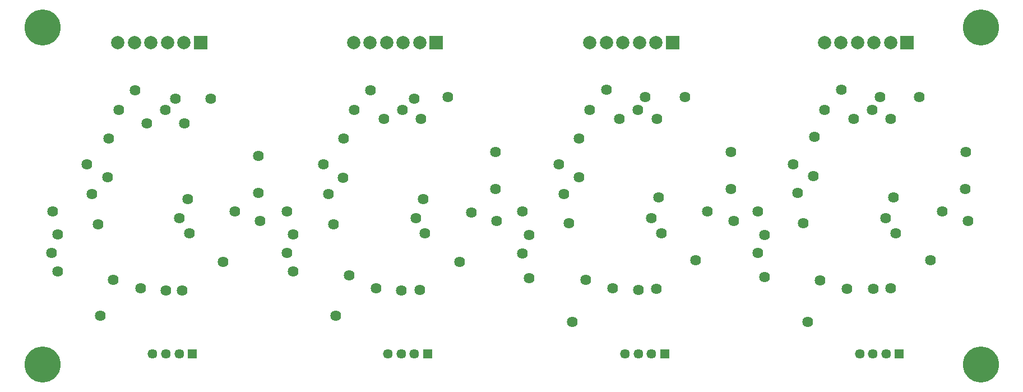
<source format=gbs>
G04*
G04 #@! TF.GenerationSoftware,Altium Limited,Altium Designer,22.10.1 (41)*
G04*
G04 Layer_Color=16711935*
%FSLAX44Y44*%
%MOMM*%
G71*
G04*
G04 #@! TF.SameCoordinates,E6263BE7-1458-4C56-9D4E-A9492F5360D3*
G04*
G04*
G04 #@! TF.FilePolarity,Negative*
G04*
G01*
G75*
%ADD28C,2.0056*%
%ADD29R,2.0056X2.0056*%
%ADD30C,1.4556*%
%ADD31R,1.4556X1.4556*%
%ADD32C,1.6256*%
%ADD33C,5.4356*%
D28*
X1447800Y1189990D02*
D03*
X1472800D02*
D03*
X1497800D02*
D03*
X1522800D02*
D03*
X1547800D02*
D03*
X1093470D02*
D03*
X1118470D02*
D03*
X1143470D02*
D03*
X1168470D02*
D03*
X1193470D02*
D03*
X736600D02*
D03*
X761600D02*
D03*
X786600D02*
D03*
X811600D02*
D03*
X836600D02*
D03*
X380530D02*
D03*
X405530D02*
D03*
X430530D02*
D03*
X455530D02*
D03*
X480530D02*
D03*
D29*
X1572800D02*
D03*
X1218470D02*
D03*
X861600D02*
D03*
X505530D02*
D03*
D30*
X1501140Y720090D02*
D03*
X1521140D02*
D03*
X1541140D02*
D03*
X1146810D02*
D03*
X1166810D02*
D03*
X1186810D02*
D03*
X788670D02*
D03*
X808670D02*
D03*
X828670D02*
D03*
X433390D02*
D03*
X453390D02*
D03*
X473390D02*
D03*
D31*
X1561140D02*
D03*
X1206810D02*
D03*
X848670D02*
D03*
X493390D02*
D03*
D32*
X1046480Y1005840D02*
D03*
X281940Y934720D02*
D03*
X1548130Y819150D02*
D03*
X1551940Y956310D02*
D03*
X1521460Y817880D02*
D03*
X1540510Y924560D02*
D03*
X1407160Y962660D02*
D03*
X1416050Y916940D02*
D03*
X1661007Y968872D02*
D03*
X1661160Y1024890D02*
D03*
X1548130Y1074420D02*
D03*
X1492250D02*
D03*
X1400810Y1005840D02*
D03*
X1422400Y768350D02*
D03*
X1347470Y872490D02*
D03*
X1531620Y1107440D02*
D03*
X1591310D02*
D03*
X1357630Y899160D02*
D03*
Y835660D02*
D03*
X1432560Y1047750D02*
D03*
X1447800Y1088390D02*
D03*
X1520190D02*
D03*
X1473200Y1118870D02*
D03*
X1431290Y988060D02*
D03*
X1441450Y830580D02*
D03*
X1482090Y817880D02*
D03*
X1664970Y920750D02*
D03*
X1607820Y861060D02*
D03*
X1555750Y901700D02*
D03*
X1347470Y934720D02*
D03*
X1625600D02*
D03*
X488950Y901700D02*
D03*
X844550D02*
D03*
X1201420D02*
D03*
X473710Y924560D02*
D03*
X830580D02*
D03*
X1186180D02*
D03*
X1195070Y1074420D02*
D03*
X481330Y1068070D02*
D03*
X838200Y1074420D02*
D03*
X350520Y915670D02*
D03*
X1087120Y831850D02*
D03*
X1193800Y817880D02*
D03*
X1197610Y956310D02*
D03*
X1167130Y816610D02*
D03*
X1054100Y961390D02*
D03*
X1061720Y916940D02*
D03*
X1066800Y768350D02*
D03*
X1076960Y1045210D02*
D03*
X1093470Y1088390D02*
D03*
X737870D02*
D03*
X1165860D02*
D03*
X1118941Y1118799D02*
D03*
X1177290Y1107440D02*
D03*
X1236980D02*
D03*
X878840D02*
D03*
X520700Y1104900D02*
D03*
X1002030Y834390D02*
D03*
Y899160D02*
D03*
X991870Y871220D02*
D03*
X1306830Y969010D02*
D03*
X1306509Y1025013D02*
D03*
X1137920Y1074420D02*
D03*
X1076960Y986790D02*
D03*
X1127760Y819150D02*
D03*
X1310640Y920750D02*
D03*
X1253490Y861060D02*
D03*
X991870Y934720D02*
D03*
X1271270D02*
D03*
X914400Y933450D02*
D03*
X836930Y816610D02*
D03*
X808990Y815340D02*
D03*
X842010Y953770D02*
D03*
X730250Y838200D02*
D03*
X721170Y985520D02*
D03*
X373380Y831850D02*
D03*
X364915Y986267D02*
D03*
X698500Y961390D02*
D03*
X706120Y915670D02*
D03*
X828040Y1104900D02*
D03*
X762000Y1117600D02*
D03*
X721360Y1045210D02*
D03*
X810260Y1088390D02*
D03*
X951230Y1024890D02*
D03*
Y969010D02*
D03*
X782320Y1074420D02*
D03*
X645160Y844550D02*
D03*
Y900430D02*
D03*
X636270Y872490D02*
D03*
Y934720D02*
D03*
X690880Y1005840D02*
D03*
X367030Y1045210D02*
D03*
X289560Y844550D02*
D03*
Y900430D02*
D03*
X709930Y777240D02*
D03*
X952500Y920750D02*
D03*
X896620Y858520D02*
D03*
X770890Y819150D02*
D03*
X486410Y953770D02*
D03*
X477520Y815340D02*
D03*
X453390D02*
D03*
X341630Y961390D02*
D03*
X557530Y934720D02*
D03*
X406400Y1117600D02*
D03*
X334010Y1005840D02*
D03*
X280670Y872490D02*
D03*
X354330Y777240D02*
D03*
X467360Y1104900D02*
D03*
X595630Y920750D02*
D03*
X593090Y962660D02*
D03*
X452120Y1088390D02*
D03*
X382270D02*
D03*
X424180Y1068070D02*
D03*
X593090Y1018540D02*
D03*
X415290Y819150D02*
D03*
X539750Y858520D02*
D03*
D33*
X1684020Y703580D02*
D03*
Y1212850D02*
D03*
X266700D02*
D03*
Y703580D02*
D03*
M02*

</source>
